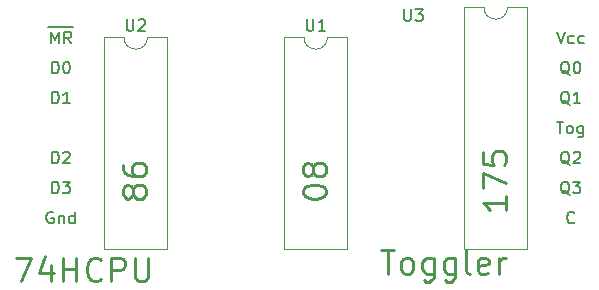
<source format=gbr>
%TF.GenerationSoftware,KiCad,Pcbnew,(5.1.8)-1*%
%TF.CreationDate,2024-01-14T12:38:51+03:00*%
%TF.ProjectId,Toggle,546f6767-6c65-42e6-9b69-6361645f7063,rev?*%
%TF.SameCoordinates,Original*%
%TF.FileFunction,Legend,Top*%
%TF.FilePolarity,Positive*%
%FSLAX46Y46*%
G04 Gerber Fmt 4.6, Leading zero omitted, Abs format (unit mm)*
G04 Created by KiCad (PCBNEW (5.1.8)-1) date 2024-01-14 12:38:51*
%MOMM*%
%LPD*%
G01*
G04 APERTURE LIST*
%ADD10C,0.250000*%
%ADD11C,0.150000*%
%ADD12C,0.120000*%
G04 APERTURE END LIST*
D10*
X11430714Y-31924761D02*
X12764047Y-31924761D01*
X11906904Y-33924761D01*
X14383095Y-32591428D02*
X14383095Y-33924761D01*
X13906904Y-31829523D02*
X13430714Y-33258095D01*
X14668809Y-33258095D01*
X15430714Y-33924761D02*
X15430714Y-31924761D01*
X15430714Y-32877142D02*
X16573571Y-32877142D01*
X16573571Y-33924761D02*
X16573571Y-31924761D01*
X18668809Y-33734285D02*
X18573571Y-33829523D01*
X18287857Y-33924761D01*
X18097380Y-33924761D01*
X17811666Y-33829523D01*
X17621190Y-33639047D01*
X17525952Y-33448571D01*
X17430714Y-33067619D01*
X17430714Y-32781904D01*
X17525952Y-32400952D01*
X17621190Y-32210476D01*
X17811666Y-32020000D01*
X18097380Y-31924761D01*
X18287857Y-31924761D01*
X18573571Y-32020000D01*
X18668809Y-32115238D01*
X19525952Y-33924761D02*
X19525952Y-31924761D01*
X20287857Y-31924761D01*
X20478333Y-32020000D01*
X20573571Y-32115238D01*
X20668809Y-32305714D01*
X20668809Y-32591428D01*
X20573571Y-32781904D01*
X20478333Y-32877142D01*
X20287857Y-32972380D01*
X19525952Y-32972380D01*
X21525952Y-31924761D02*
X21525952Y-33543809D01*
X21621190Y-33734285D01*
X21716428Y-33829523D01*
X21906904Y-33924761D01*
X22287857Y-33924761D01*
X22478333Y-33829523D01*
X22573571Y-33734285D01*
X22668809Y-33543809D01*
X22668809Y-31924761D01*
X42339285Y-31289761D02*
X43482142Y-31289761D01*
X42910714Y-33289761D02*
X42910714Y-31289761D01*
X44434523Y-33289761D02*
X44244047Y-33194523D01*
X44148809Y-33099285D01*
X44053571Y-32908809D01*
X44053571Y-32337380D01*
X44148809Y-32146904D01*
X44244047Y-32051666D01*
X44434523Y-31956428D01*
X44720238Y-31956428D01*
X44910714Y-32051666D01*
X45005952Y-32146904D01*
X45101190Y-32337380D01*
X45101190Y-32908809D01*
X45005952Y-33099285D01*
X44910714Y-33194523D01*
X44720238Y-33289761D01*
X44434523Y-33289761D01*
X46815476Y-31956428D02*
X46815476Y-33575476D01*
X46720238Y-33765952D01*
X46625000Y-33861190D01*
X46434523Y-33956428D01*
X46148809Y-33956428D01*
X45958333Y-33861190D01*
X46815476Y-33194523D02*
X46625000Y-33289761D01*
X46244047Y-33289761D01*
X46053571Y-33194523D01*
X45958333Y-33099285D01*
X45863095Y-32908809D01*
X45863095Y-32337380D01*
X45958333Y-32146904D01*
X46053571Y-32051666D01*
X46244047Y-31956428D01*
X46625000Y-31956428D01*
X46815476Y-32051666D01*
X48625000Y-31956428D02*
X48625000Y-33575476D01*
X48529761Y-33765952D01*
X48434523Y-33861190D01*
X48244047Y-33956428D01*
X47958333Y-33956428D01*
X47767857Y-33861190D01*
X48625000Y-33194523D02*
X48434523Y-33289761D01*
X48053571Y-33289761D01*
X47863095Y-33194523D01*
X47767857Y-33099285D01*
X47672619Y-32908809D01*
X47672619Y-32337380D01*
X47767857Y-32146904D01*
X47863095Y-32051666D01*
X48053571Y-31956428D01*
X48434523Y-31956428D01*
X48625000Y-32051666D01*
X49863095Y-33289761D02*
X49672619Y-33194523D01*
X49577380Y-33004047D01*
X49577380Y-31289761D01*
X51386904Y-33194523D02*
X51196428Y-33289761D01*
X50815476Y-33289761D01*
X50625000Y-33194523D01*
X50529761Y-33004047D01*
X50529761Y-32242142D01*
X50625000Y-32051666D01*
X50815476Y-31956428D01*
X51196428Y-31956428D01*
X51386904Y-32051666D01*
X51482142Y-32242142D01*
X51482142Y-32432619D01*
X50529761Y-32623095D01*
X52339285Y-33289761D02*
X52339285Y-31956428D01*
X52339285Y-32337380D02*
X52434523Y-32146904D01*
X52529761Y-32051666D01*
X52720238Y-31956428D01*
X52910714Y-31956428D01*
D11*
X57229523Y-12787380D02*
X57562857Y-13787380D01*
X57896190Y-12787380D01*
X58658095Y-13739761D02*
X58562857Y-13787380D01*
X58372380Y-13787380D01*
X58277142Y-13739761D01*
X58229523Y-13692142D01*
X58181904Y-13596904D01*
X58181904Y-13311190D01*
X58229523Y-13215952D01*
X58277142Y-13168333D01*
X58372380Y-13120714D01*
X58562857Y-13120714D01*
X58658095Y-13168333D01*
X59515238Y-13739761D02*
X59420000Y-13787380D01*
X59229523Y-13787380D01*
X59134285Y-13739761D01*
X59086666Y-13692142D01*
X59039047Y-13596904D01*
X59039047Y-13311190D01*
X59086666Y-13215952D01*
X59134285Y-13168333D01*
X59229523Y-13120714D01*
X59420000Y-13120714D01*
X59515238Y-13168333D01*
X58324761Y-16422619D02*
X58229523Y-16375000D01*
X58134285Y-16279761D01*
X57991428Y-16136904D01*
X57896190Y-16089285D01*
X57800952Y-16089285D01*
X57848571Y-16327380D02*
X57753333Y-16279761D01*
X57658095Y-16184523D01*
X57610476Y-15994047D01*
X57610476Y-15660714D01*
X57658095Y-15470238D01*
X57753333Y-15375000D01*
X57848571Y-15327380D01*
X58039047Y-15327380D01*
X58134285Y-15375000D01*
X58229523Y-15470238D01*
X58277142Y-15660714D01*
X58277142Y-15994047D01*
X58229523Y-16184523D01*
X58134285Y-16279761D01*
X58039047Y-16327380D01*
X57848571Y-16327380D01*
X58896190Y-15327380D02*
X58991428Y-15327380D01*
X59086666Y-15375000D01*
X59134285Y-15422619D01*
X59181904Y-15517857D01*
X59229523Y-15708333D01*
X59229523Y-15946428D01*
X59181904Y-16136904D01*
X59134285Y-16232142D01*
X59086666Y-16279761D01*
X58991428Y-16327380D01*
X58896190Y-16327380D01*
X58800952Y-16279761D01*
X58753333Y-16232142D01*
X58705714Y-16136904D01*
X58658095Y-15946428D01*
X58658095Y-15708333D01*
X58705714Y-15517857D01*
X58753333Y-15422619D01*
X58800952Y-15375000D01*
X58896190Y-15327380D01*
X58324761Y-18962619D02*
X58229523Y-18915000D01*
X58134285Y-18819761D01*
X57991428Y-18676904D01*
X57896190Y-18629285D01*
X57800952Y-18629285D01*
X57848571Y-18867380D02*
X57753333Y-18819761D01*
X57658095Y-18724523D01*
X57610476Y-18534047D01*
X57610476Y-18200714D01*
X57658095Y-18010238D01*
X57753333Y-17915000D01*
X57848571Y-17867380D01*
X58039047Y-17867380D01*
X58134285Y-17915000D01*
X58229523Y-18010238D01*
X58277142Y-18200714D01*
X58277142Y-18534047D01*
X58229523Y-18724523D01*
X58134285Y-18819761D01*
X58039047Y-18867380D01*
X57848571Y-18867380D01*
X59229523Y-18867380D02*
X58658095Y-18867380D01*
X58943809Y-18867380D02*
X58943809Y-17867380D01*
X58848571Y-18010238D01*
X58753333Y-18105476D01*
X58658095Y-18153095D01*
X57229523Y-20407380D02*
X57800952Y-20407380D01*
X57515238Y-21407380D02*
X57515238Y-20407380D01*
X58277142Y-21407380D02*
X58181904Y-21359761D01*
X58134285Y-21312142D01*
X58086666Y-21216904D01*
X58086666Y-20931190D01*
X58134285Y-20835952D01*
X58181904Y-20788333D01*
X58277142Y-20740714D01*
X58420000Y-20740714D01*
X58515238Y-20788333D01*
X58562857Y-20835952D01*
X58610476Y-20931190D01*
X58610476Y-21216904D01*
X58562857Y-21312142D01*
X58515238Y-21359761D01*
X58420000Y-21407380D01*
X58277142Y-21407380D01*
X59467619Y-20740714D02*
X59467619Y-21550238D01*
X59420000Y-21645476D01*
X59372380Y-21693095D01*
X59277142Y-21740714D01*
X59134285Y-21740714D01*
X59039047Y-21693095D01*
X59467619Y-21359761D02*
X59372380Y-21407380D01*
X59181904Y-21407380D01*
X59086666Y-21359761D01*
X59039047Y-21312142D01*
X58991428Y-21216904D01*
X58991428Y-20931190D01*
X59039047Y-20835952D01*
X59086666Y-20788333D01*
X59181904Y-20740714D01*
X59372380Y-20740714D01*
X59467619Y-20788333D01*
X58324761Y-24042619D02*
X58229523Y-23995000D01*
X58134285Y-23899761D01*
X57991428Y-23756904D01*
X57896190Y-23709285D01*
X57800952Y-23709285D01*
X57848571Y-23947380D02*
X57753333Y-23899761D01*
X57658095Y-23804523D01*
X57610476Y-23614047D01*
X57610476Y-23280714D01*
X57658095Y-23090238D01*
X57753333Y-22995000D01*
X57848571Y-22947380D01*
X58039047Y-22947380D01*
X58134285Y-22995000D01*
X58229523Y-23090238D01*
X58277142Y-23280714D01*
X58277142Y-23614047D01*
X58229523Y-23804523D01*
X58134285Y-23899761D01*
X58039047Y-23947380D01*
X57848571Y-23947380D01*
X58658095Y-23042619D02*
X58705714Y-22995000D01*
X58800952Y-22947380D01*
X59039047Y-22947380D01*
X59134285Y-22995000D01*
X59181904Y-23042619D01*
X59229523Y-23137857D01*
X59229523Y-23233095D01*
X59181904Y-23375952D01*
X58610476Y-23947380D01*
X59229523Y-23947380D01*
X58324761Y-26582619D02*
X58229523Y-26535000D01*
X58134285Y-26439761D01*
X57991428Y-26296904D01*
X57896190Y-26249285D01*
X57800952Y-26249285D01*
X57848571Y-26487380D02*
X57753333Y-26439761D01*
X57658095Y-26344523D01*
X57610476Y-26154047D01*
X57610476Y-25820714D01*
X57658095Y-25630238D01*
X57753333Y-25535000D01*
X57848571Y-25487380D01*
X58039047Y-25487380D01*
X58134285Y-25535000D01*
X58229523Y-25630238D01*
X58277142Y-25820714D01*
X58277142Y-26154047D01*
X58229523Y-26344523D01*
X58134285Y-26439761D01*
X58039047Y-26487380D01*
X57848571Y-26487380D01*
X58610476Y-25487380D02*
X59229523Y-25487380D01*
X58896190Y-25868333D01*
X59039047Y-25868333D01*
X59134285Y-25915952D01*
X59181904Y-25963571D01*
X59229523Y-26058809D01*
X59229523Y-26296904D01*
X59181904Y-26392142D01*
X59134285Y-26439761D01*
X59039047Y-26487380D01*
X58753333Y-26487380D01*
X58658095Y-26439761D01*
X58610476Y-26392142D01*
X58729523Y-28932142D02*
X58681904Y-28979761D01*
X58539047Y-29027380D01*
X58443809Y-29027380D01*
X58300952Y-28979761D01*
X58205714Y-28884523D01*
X58158095Y-28789285D01*
X58110476Y-28598809D01*
X58110476Y-28455952D01*
X58158095Y-28265476D01*
X58205714Y-28170238D01*
X58300952Y-28075000D01*
X58443809Y-28027380D01*
X58539047Y-28027380D01*
X58681904Y-28075000D01*
X58729523Y-28122619D01*
X14597142Y-28075000D02*
X14501904Y-28027380D01*
X14359047Y-28027380D01*
X14216190Y-28075000D01*
X14120952Y-28170238D01*
X14073333Y-28265476D01*
X14025714Y-28455952D01*
X14025714Y-28598809D01*
X14073333Y-28789285D01*
X14120952Y-28884523D01*
X14216190Y-28979761D01*
X14359047Y-29027380D01*
X14454285Y-29027380D01*
X14597142Y-28979761D01*
X14644761Y-28932142D01*
X14644761Y-28598809D01*
X14454285Y-28598809D01*
X15073333Y-28360714D02*
X15073333Y-29027380D01*
X15073333Y-28455952D02*
X15120952Y-28408333D01*
X15216190Y-28360714D01*
X15359047Y-28360714D01*
X15454285Y-28408333D01*
X15501904Y-28503571D01*
X15501904Y-29027380D01*
X16406666Y-29027380D02*
X16406666Y-28027380D01*
X16406666Y-28979761D02*
X16311428Y-29027380D01*
X16120952Y-29027380D01*
X16025714Y-28979761D01*
X15978095Y-28932142D01*
X15930476Y-28836904D01*
X15930476Y-28551190D01*
X15978095Y-28455952D01*
X16025714Y-28408333D01*
X16120952Y-28360714D01*
X16311428Y-28360714D01*
X16406666Y-28408333D01*
X14501904Y-26487380D02*
X14501904Y-25487380D01*
X14740000Y-25487380D01*
X14882857Y-25535000D01*
X14978095Y-25630238D01*
X15025714Y-25725476D01*
X15073333Y-25915952D01*
X15073333Y-26058809D01*
X15025714Y-26249285D01*
X14978095Y-26344523D01*
X14882857Y-26439761D01*
X14740000Y-26487380D01*
X14501904Y-26487380D01*
X15406666Y-25487380D02*
X16025714Y-25487380D01*
X15692380Y-25868333D01*
X15835238Y-25868333D01*
X15930476Y-25915952D01*
X15978095Y-25963571D01*
X16025714Y-26058809D01*
X16025714Y-26296904D01*
X15978095Y-26392142D01*
X15930476Y-26439761D01*
X15835238Y-26487380D01*
X15549523Y-26487380D01*
X15454285Y-26439761D01*
X15406666Y-26392142D01*
X14501904Y-23947380D02*
X14501904Y-22947380D01*
X14740000Y-22947380D01*
X14882857Y-22995000D01*
X14978095Y-23090238D01*
X15025714Y-23185476D01*
X15073333Y-23375952D01*
X15073333Y-23518809D01*
X15025714Y-23709285D01*
X14978095Y-23804523D01*
X14882857Y-23899761D01*
X14740000Y-23947380D01*
X14501904Y-23947380D01*
X15454285Y-23042619D02*
X15501904Y-22995000D01*
X15597142Y-22947380D01*
X15835238Y-22947380D01*
X15930476Y-22995000D01*
X15978095Y-23042619D01*
X16025714Y-23137857D01*
X16025714Y-23233095D01*
X15978095Y-23375952D01*
X15406666Y-23947380D01*
X16025714Y-23947380D01*
X14501904Y-18867380D02*
X14501904Y-17867380D01*
X14740000Y-17867380D01*
X14882857Y-17915000D01*
X14978095Y-18010238D01*
X15025714Y-18105476D01*
X15073333Y-18295952D01*
X15073333Y-18438809D01*
X15025714Y-18629285D01*
X14978095Y-18724523D01*
X14882857Y-18819761D01*
X14740000Y-18867380D01*
X14501904Y-18867380D01*
X16025714Y-18867380D02*
X15454285Y-18867380D01*
X15740000Y-18867380D02*
X15740000Y-17867380D01*
X15644761Y-18010238D01*
X15549523Y-18105476D01*
X15454285Y-18153095D01*
X14501904Y-16327380D02*
X14501904Y-15327380D01*
X14740000Y-15327380D01*
X14882857Y-15375000D01*
X14978095Y-15470238D01*
X15025714Y-15565476D01*
X15073333Y-15755952D01*
X15073333Y-15898809D01*
X15025714Y-16089285D01*
X14978095Y-16184523D01*
X14882857Y-16279761D01*
X14740000Y-16327380D01*
X14501904Y-16327380D01*
X15692380Y-15327380D02*
X15787619Y-15327380D01*
X15882857Y-15375000D01*
X15930476Y-15422619D01*
X15978095Y-15517857D01*
X16025714Y-15708333D01*
X16025714Y-15946428D01*
X15978095Y-16136904D01*
X15930476Y-16232142D01*
X15882857Y-16279761D01*
X15787619Y-16327380D01*
X15692380Y-16327380D01*
X15597142Y-16279761D01*
X15549523Y-16232142D01*
X15501904Y-16136904D01*
X15454285Y-15946428D01*
X15454285Y-15708333D01*
X15501904Y-15517857D01*
X15549523Y-15422619D01*
X15597142Y-15375000D01*
X15692380Y-15327380D01*
X14168571Y-12420000D02*
X15311428Y-12420000D01*
X14406666Y-13787380D02*
X14406666Y-12787380D01*
X14740000Y-13501666D01*
X15073333Y-12787380D01*
X15073333Y-13787380D01*
X15311428Y-12420000D02*
X16311428Y-12420000D01*
X16120952Y-13787380D02*
X15787619Y-13311190D01*
X15549523Y-13787380D02*
X15549523Y-12787380D01*
X15930476Y-12787380D01*
X16025714Y-12835000D01*
X16073333Y-12882619D01*
X16120952Y-12977857D01*
X16120952Y-13120714D01*
X16073333Y-13215952D01*
X16025714Y-13263571D01*
X15930476Y-13311190D01*
X15549523Y-13311190D01*
D10*
X52974761Y-26733333D02*
X52974761Y-27876190D01*
X52974761Y-27304761D02*
X50974761Y-27304761D01*
X51260476Y-27495238D01*
X51450952Y-27685714D01*
X51546190Y-27876190D01*
X50974761Y-26066666D02*
X50974761Y-24733333D01*
X52974761Y-25590476D01*
X50974761Y-23019047D02*
X50974761Y-23971428D01*
X51927142Y-24066666D01*
X51831904Y-23971428D01*
X51736666Y-23780952D01*
X51736666Y-23304761D01*
X51831904Y-23114285D01*
X51927142Y-23019047D01*
X52117619Y-22923809D01*
X52593809Y-22923809D01*
X52784285Y-23019047D01*
X52879523Y-23114285D01*
X52974761Y-23304761D01*
X52974761Y-23780952D01*
X52879523Y-23971428D01*
X52784285Y-24066666D01*
X35734761Y-26447619D02*
X35734761Y-26257142D01*
X35830000Y-26066666D01*
X35925238Y-25971428D01*
X36115714Y-25876190D01*
X36496666Y-25780952D01*
X36972857Y-25780952D01*
X37353809Y-25876190D01*
X37544285Y-25971428D01*
X37639523Y-26066666D01*
X37734761Y-26257142D01*
X37734761Y-26447619D01*
X37639523Y-26638095D01*
X37544285Y-26733333D01*
X37353809Y-26828571D01*
X36972857Y-26923809D01*
X36496666Y-26923809D01*
X36115714Y-26828571D01*
X35925238Y-26733333D01*
X35830000Y-26638095D01*
X35734761Y-26447619D01*
X36591904Y-24638095D02*
X36496666Y-24828571D01*
X36401428Y-24923809D01*
X36210952Y-25019047D01*
X36115714Y-25019047D01*
X35925238Y-24923809D01*
X35830000Y-24828571D01*
X35734761Y-24638095D01*
X35734761Y-24257142D01*
X35830000Y-24066666D01*
X35925238Y-23971428D01*
X36115714Y-23876190D01*
X36210952Y-23876190D01*
X36401428Y-23971428D01*
X36496666Y-24066666D01*
X36591904Y-24257142D01*
X36591904Y-24638095D01*
X36687142Y-24828571D01*
X36782380Y-24923809D01*
X36972857Y-25019047D01*
X37353809Y-25019047D01*
X37544285Y-24923809D01*
X37639523Y-24828571D01*
X37734761Y-24638095D01*
X37734761Y-24257142D01*
X37639523Y-24066666D01*
X37544285Y-23971428D01*
X37353809Y-23876190D01*
X36972857Y-23876190D01*
X36782380Y-23971428D01*
X36687142Y-24066666D01*
X36591904Y-24257142D01*
X21351904Y-26542857D02*
X21256666Y-26733333D01*
X21161428Y-26828571D01*
X20970952Y-26923809D01*
X20875714Y-26923809D01*
X20685238Y-26828571D01*
X20590000Y-26733333D01*
X20494761Y-26542857D01*
X20494761Y-26161904D01*
X20590000Y-25971428D01*
X20685238Y-25876190D01*
X20875714Y-25780952D01*
X20970952Y-25780952D01*
X21161428Y-25876190D01*
X21256666Y-25971428D01*
X21351904Y-26161904D01*
X21351904Y-26542857D01*
X21447142Y-26733333D01*
X21542380Y-26828571D01*
X21732857Y-26923809D01*
X22113809Y-26923809D01*
X22304285Y-26828571D01*
X22399523Y-26733333D01*
X22494761Y-26542857D01*
X22494761Y-26161904D01*
X22399523Y-25971428D01*
X22304285Y-25876190D01*
X22113809Y-25780952D01*
X21732857Y-25780952D01*
X21542380Y-25876190D01*
X21447142Y-25971428D01*
X21351904Y-26161904D01*
X20494761Y-24066666D02*
X20494761Y-24447619D01*
X20590000Y-24638095D01*
X20685238Y-24733333D01*
X20970952Y-24923809D01*
X21351904Y-25019047D01*
X22113809Y-25019047D01*
X22304285Y-24923809D01*
X22399523Y-24828571D01*
X22494761Y-24638095D01*
X22494761Y-24257142D01*
X22399523Y-24066666D01*
X22304285Y-23971428D01*
X22113809Y-23876190D01*
X21637619Y-23876190D01*
X21447142Y-23971428D01*
X21351904Y-24066666D01*
X21256666Y-24257142D01*
X21256666Y-24638095D01*
X21351904Y-24828571D01*
X21447142Y-24923809D01*
X21637619Y-25019047D01*
D12*
%TO.C,U1*%
X39480000Y-13275000D02*
X37830000Y-13275000D01*
X39480000Y-31175000D02*
X39480000Y-13275000D01*
X34180000Y-31175000D02*
X39480000Y-31175000D01*
X34180000Y-13275000D02*
X34180000Y-31175000D01*
X35830000Y-13275000D02*
X34180000Y-13275000D01*
X37830000Y-13275000D02*
G75*
G02*
X35830000Y-13275000I-1000000J0D01*
G01*
%TO.C,U2*%
X20590000Y-13275000D02*
X18940000Y-13275000D01*
X18940000Y-13275000D02*
X18940000Y-31175000D01*
X18940000Y-31175000D02*
X24240000Y-31175000D01*
X24240000Y-31175000D02*
X24240000Y-13275000D01*
X24240000Y-13275000D02*
X22590000Y-13275000D01*
X22590000Y-13275000D02*
G75*
G02*
X20590000Y-13275000I-1000000J0D01*
G01*
%TO.C,U3*%
X54720000Y-10735000D02*
X53070000Y-10735000D01*
X54720000Y-31175000D02*
X54720000Y-10735000D01*
X49420000Y-31175000D02*
X54720000Y-31175000D01*
X49420000Y-10735000D02*
X49420000Y-31175000D01*
X51070000Y-10735000D02*
X49420000Y-10735000D01*
X53070000Y-10735000D02*
G75*
G02*
X51070000Y-10735000I-1000000J0D01*
G01*
%TO.C,U1*%
D11*
X36068095Y-11727380D02*
X36068095Y-12536904D01*
X36115714Y-12632142D01*
X36163333Y-12679761D01*
X36258571Y-12727380D01*
X36449047Y-12727380D01*
X36544285Y-12679761D01*
X36591904Y-12632142D01*
X36639523Y-12536904D01*
X36639523Y-11727380D01*
X37639523Y-12727380D02*
X37068095Y-12727380D01*
X37353809Y-12727380D02*
X37353809Y-11727380D01*
X37258571Y-11870238D01*
X37163333Y-11965476D01*
X37068095Y-12013095D01*
%TO.C,U2*%
X20828095Y-11727380D02*
X20828095Y-12536904D01*
X20875714Y-12632142D01*
X20923333Y-12679761D01*
X21018571Y-12727380D01*
X21209047Y-12727380D01*
X21304285Y-12679761D01*
X21351904Y-12632142D01*
X21399523Y-12536904D01*
X21399523Y-11727380D01*
X21828095Y-11822619D02*
X21875714Y-11775000D01*
X21970952Y-11727380D01*
X22209047Y-11727380D01*
X22304285Y-11775000D01*
X22351904Y-11822619D01*
X22399523Y-11917857D01*
X22399523Y-12013095D01*
X22351904Y-12155952D01*
X21780476Y-12727380D01*
X22399523Y-12727380D01*
%TO.C,U3*%
X44323095Y-10882380D02*
X44323095Y-11691904D01*
X44370714Y-11787142D01*
X44418333Y-11834761D01*
X44513571Y-11882380D01*
X44704047Y-11882380D01*
X44799285Y-11834761D01*
X44846904Y-11787142D01*
X44894523Y-11691904D01*
X44894523Y-10882380D01*
X45275476Y-10882380D02*
X45894523Y-10882380D01*
X45561190Y-11263333D01*
X45704047Y-11263333D01*
X45799285Y-11310952D01*
X45846904Y-11358571D01*
X45894523Y-11453809D01*
X45894523Y-11691904D01*
X45846904Y-11787142D01*
X45799285Y-11834761D01*
X45704047Y-11882380D01*
X45418333Y-11882380D01*
X45323095Y-11834761D01*
X45275476Y-11787142D01*
%TD*%
M02*

</source>
